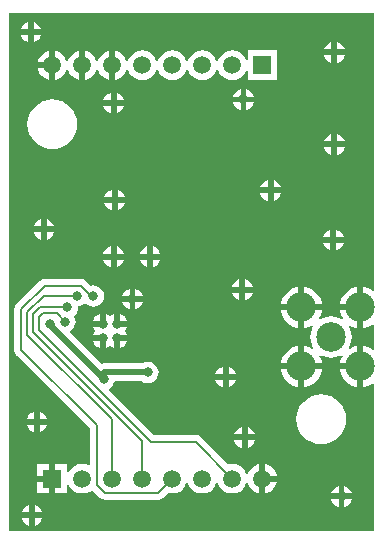
<source format=gbl>
%FSLAX44Y44*%
%MOMM*%
G71*
G01*
G75*
G04 Layer_Physical_Order=2*
G04 Layer_Color=16711680*
%ADD10R,0.9000X0.8000*%
%ADD11R,0.8000X1.1000*%
%ADD12R,0.8000X0.9000*%
%ADD13R,1.1000X0.8000*%
%ADD14R,2.0000X1.4000*%
%ADD15R,1.0500X0.2500*%
%ADD16R,0.2500X1.0500*%
%ADD17R,2.5000X2.5000*%
%ADD18C,1.5000*%
%ADD19C,0.7500*%
%ADD20C,0.2000*%
%ADD21C,0.5000*%
%ADD22C,0.3000*%
%ADD23C,2.5000*%
%ADD24C,1.5000*%
%ADD25R,1.5000X1.5000*%
%ADD26C,0.8000*%
G36*
X1314392Y1209775D02*
X1313244Y1209232D01*
X1312769Y1209621D01*
X1309729Y1211246D01*
X1306431Y1212247D01*
X1305500Y1212338D01*
Y1194997D01*
Y1177662D01*
X1306431Y1177753D01*
X1309729Y1178754D01*
X1312769Y1180379D01*
X1313244Y1180768D01*
X1314392Y1180225D01*
Y1159775D01*
X1313244Y1159232D01*
X1312769Y1159621D01*
X1309729Y1161246D01*
X1306431Y1162247D01*
X1305500Y1162338D01*
Y1144997D01*
Y1127662D01*
X1306431Y1127753D01*
X1309729Y1128754D01*
X1312769Y1130379D01*
X1313244Y1130768D01*
X1314392Y1130225D01*
Y1005608D01*
X1005608D01*
Y1444392D01*
X1314392D01*
Y1209775D01*
D02*
G37*
%LPC*%
G36*
X1250500Y1192500D02*
X1235662D01*
X1235753Y1191569D01*
X1236754Y1188271D01*
X1238379Y1185230D01*
X1240566Y1182566D01*
X1243231Y1180379D01*
X1246271Y1178754D01*
X1249569Y1177753D01*
X1250500Y1177662D01*
Y1192500D01*
D02*
G37*
G36*
X1105706Y1166500D02*
X1099500D01*
Y1160294D01*
X1101539Y1161139D01*
X1103419Y1162581D01*
X1104862Y1164461D01*
X1105706Y1166500D01*
D02*
G37*
G36*
X1082500Y1189706D02*
X1080461Y1188861D01*
X1078581Y1187419D01*
X1077139Y1185539D01*
X1076294Y1183500D01*
X1082500D01*
Y1189706D01*
D02*
G37*
G36*
X1099500D02*
Y1183500D01*
X1105706D01*
X1104862Y1185539D01*
X1103419Y1187419D01*
X1101539Y1188861D01*
X1099500Y1189706D01*
D02*
G37*
G36*
X1300500Y1192500D02*
X1285662D01*
X1285753Y1191569D01*
X1286754Y1188271D01*
X1288047Y1185851D01*
X1287149Y1184953D01*
X1284729Y1186246D01*
X1281431Y1187247D01*
X1278000Y1187585D01*
X1274569Y1187247D01*
X1271271Y1186246D01*
X1268851Y1184953D01*
X1267953Y1185851D01*
X1269246Y1188271D01*
X1270247Y1191569D01*
X1270339Y1192500D01*
X1255500D01*
Y1177662D01*
X1256431Y1177753D01*
X1259729Y1178754D01*
X1262149Y1180047D01*
X1263047Y1179149D01*
X1261754Y1176729D01*
X1260753Y1173431D01*
X1260415Y1170000D01*
X1260753Y1166569D01*
X1261754Y1163271D01*
X1263047Y1160851D01*
X1262149Y1159953D01*
X1259729Y1161246D01*
X1256431Y1162247D01*
X1255500Y1162338D01*
Y1147500D01*
X1270339D01*
X1270247Y1148431D01*
X1269246Y1151729D01*
X1267953Y1154149D01*
X1268851Y1155047D01*
X1271271Y1153754D01*
X1274569Y1152753D01*
X1278000Y1152415D01*
X1281431Y1152753D01*
X1284729Y1153754D01*
X1287149Y1155047D01*
X1288047Y1154149D01*
X1286754Y1151729D01*
X1285753Y1148431D01*
X1285662Y1147500D01*
X1300500D01*
Y1162338D01*
X1299569Y1162247D01*
X1296271Y1161246D01*
X1293851Y1159953D01*
X1292953Y1160851D01*
X1294246Y1163271D01*
X1295247Y1166569D01*
X1295585Y1170000D01*
X1295247Y1173431D01*
X1294246Y1176729D01*
X1292953Y1179149D01*
X1293851Y1180047D01*
X1296271Y1178754D01*
X1299569Y1177753D01*
X1300500Y1177662D01*
Y1192500D01*
D02*
G37*
G36*
X1087500Y1189706D02*
Y1180997D01*
X1085003D01*
Y1178500D01*
X1076294D01*
X1077139Y1176461D01*
X1078260Y1175000D01*
X1077139Y1173539D01*
X1076294Y1171500D01*
X1085003D01*
Y1169003D01*
X1087500D01*
Y1160294D01*
X1089539Y1161139D01*
X1091000Y1162260D01*
X1092461Y1161139D01*
X1094500Y1160294D01*
Y1169003D01*
X1096998D01*
Y1171500D01*
X1105706D01*
X1104862Y1173539D01*
X1103740Y1175000D01*
X1104862Y1176461D01*
X1105706Y1178500D01*
X1096998D01*
Y1180997D01*
X1094500D01*
Y1189706D01*
X1092461Y1188861D01*
X1091000Y1187740D01*
X1089539Y1188861D01*
X1087500Y1189706D01*
D02*
G37*
G36*
X1186500Y1144706D02*
X1184461Y1143861D01*
X1182581Y1142419D01*
X1181139Y1140539D01*
X1180294Y1138500D01*
X1186500D01*
Y1144706D01*
D02*
G37*
G36*
X1300500Y1142500D02*
X1285662D01*
X1285753Y1141569D01*
X1286754Y1138271D01*
X1288379Y1135230D01*
X1290566Y1132566D01*
X1293230Y1130379D01*
X1296271Y1128754D01*
X1299569Y1127753D01*
X1300500Y1127662D01*
Y1142500D01*
D02*
G37*
G36*
X1191500Y1144706D02*
Y1138500D01*
X1197706D01*
X1196861Y1140539D01*
X1195419Y1142419D01*
X1193539Y1143861D01*
X1191500Y1144706D01*
D02*
G37*
G36*
X1082500Y1166500D02*
X1076294D01*
X1077139Y1164461D01*
X1078581Y1162581D01*
X1080461Y1161139D01*
X1082500Y1160294D01*
Y1166500D01*
D02*
G37*
G36*
X1250500Y1162338D02*
X1249569Y1162247D01*
X1246271Y1161246D01*
X1243231Y1159621D01*
X1240566Y1157434D01*
X1238379Y1154770D01*
X1236754Y1151729D01*
X1235753Y1148431D01*
X1235662Y1147500D01*
X1250500D01*
Y1162338D01*
D02*
G37*
G36*
X1107498Y1199498D02*
X1101292D01*
X1102136Y1197459D01*
X1103579Y1195579D01*
X1105459Y1194136D01*
X1107498Y1193292D01*
Y1199498D01*
D02*
G37*
G36*
Y1210704D02*
X1105459Y1209859D01*
X1103579Y1208417D01*
X1102136Y1206536D01*
X1101292Y1204498D01*
X1107498D01*
Y1210704D01*
D02*
G37*
G36*
X1211706Y1207500D02*
X1205500D01*
Y1201294D01*
X1207539Y1202139D01*
X1209419Y1203581D01*
X1210862Y1205461D01*
X1211706Y1207500D01*
D02*
G37*
G36*
X1112498Y1210704D02*
Y1204498D01*
X1118704D01*
X1117859Y1206536D01*
X1116417Y1208417D01*
X1114537Y1209859D01*
X1112498Y1210704D01*
D02*
G37*
G36*
X1205500Y1218706D02*
Y1212500D01*
X1211706D01*
X1210862Y1214539D01*
X1209419Y1216419D01*
X1207539Y1217861D01*
X1205500Y1218706D01*
D02*
G37*
G36*
X1200500D02*
X1198461Y1217861D01*
X1196581Y1216419D01*
X1195139Y1214539D01*
X1194294Y1212500D01*
X1200500D01*
Y1218706D01*
D02*
G37*
G36*
Y1207500D02*
X1194294D01*
X1195139Y1205461D01*
X1196581Y1203581D01*
X1198461Y1202139D01*
X1200500Y1201294D01*
Y1207500D01*
D02*
G37*
G36*
X1066314Y1219118D02*
X1035787D01*
X1033446Y1218652D01*
X1031461Y1217326D01*
X1011674Y1197539D01*
X1010348Y1195554D01*
X1009883Y1193213D01*
Y1159000D01*
X1010348Y1156659D01*
X1011674Y1154674D01*
X1073883Y1092466D01*
Y1061988D01*
X1072827Y1061282D01*
X1070663Y1062178D01*
X1067400Y1062608D01*
X1064137Y1062178D01*
X1061096Y1060919D01*
X1058485Y1058915D01*
X1056481Y1056304D01*
X1055746Y1054528D01*
X1054500Y1054776D01*
Y1062500D01*
X1044500D01*
Y1049997D01*
Y1037500D01*
X1054500D01*
Y1045224D01*
X1055746Y1045472D01*
X1056481Y1043696D01*
X1058485Y1041085D01*
X1061096Y1039081D01*
X1064137Y1037822D01*
X1067400Y1037392D01*
X1070663Y1037822D01*
X1073704Y1039081D01*
X1075720Y1040628D01*
X1082674Y1033674D01*
X1084659Y1032348D01*
X1087000Y1031882D01*
X1131600D01*
X1133941Y1032348D01*
X1135926Y1033674D01*
X1135926Y1033674D01*
X1135926Y1033674D01*
X1140151Y1037899D01*
X1140337Y1037822D01*
X1143600Y1037392D01*
X1146863Y1037822D01*
X1149904Y1039081D01*
X1152515Y1041085D01*
X1154519Y1043696D01*
X1155665Y1046463D01*
X1155778D01*
Y1046463D01*
D01*
D01*
X1155778D01*
X1156822D01*
Y1046463D01*
X1156935D01*
X1158081Y1043696D01*
X1160085Y1041085D01*
X1162696Y1039081D01*
X1165737Y1037822D01*
X1169000Y1037392D01*
X1172263Y1037822D01*
X1175304Y1039081D01*
X1177915Y1041085D01*
X1179919Y1043696D01*
X1181065Y1046463D01*
X1181178D01*
Y1046463D01*
D01*
D01*
X1181178D01*
X1182222D01*
Y1046463D01*
X1182335D01*
X1183481Y1043696D01*
X1185485Y1041085D01*
X1188096Y1039081D01*
X1191137Y1037822D01*
X1194400Y1037392D01*
X1197663Y1037822D01*
X1200704Y1039081D01*
X1203315Y1041085D01*
X1205319Y1043696D01*
X1206465Y1046463D01*
X1206578D01*
Y1046463D01*
D01*
D01*
X1206578D01*
X1207622D01*
Y1046463D01*
X1207735D01*
X1208881Y1043696D01*
X1210885Y1041085D01*
X1213496Y1039081D01*
X1216537Y1037822D01*
X1217300Y1037721D01*
Y1049997D01*
Y1062279D01*
X1216537Y1062178D01*
X1213496Y1060919D01*
X1210885Y1058915D01*
X1208881Y1056304D01*
X1207735Y1053537D01*
X1207622D01*
Y1053537D01*
D01*
D01*
X1207622D01*
X1206933D01*
X1206286Y1053969D01*
X1205319Y1056304D01*
X1203315Y1058915D01*
X1200704Y1060919D01*
X1197663Y1062178D01*
X1194400Y1062608D01*
X1191137Y1062178D01*
X1190950Y1062101D01*
X1167726Y1085326D01*
X1165741Y1086652D01*
X1163400Y1087117D01*
X1128534D01*
X1090367Y1125284D01*
X1090537Y1126136D01*
X1092417Y1127579D01*
X1093859Y1129459D01*
X1094766Y1131648D01*
X1094870Y1132435D01*
X1118074D01*
X1118461Y1132139D01*
X1120650Y1131232D01*
X1123000Y1130922D01*
X1125350Y1131232D01*
X1127539Y1132139D01*
X1129419Y1133581D01*
X1130861Y1135461D01*
X1131768Y1137651D01*
X1132078Y1140000D01*
X1131768Y1142349D01*
X1130861Y1144539D01*
X1129419Y1146419D01*
X1127539Y1147861D01*
X1125350Y1148768D01*
X1123000Y1149078D01*
X1120650Y1148768D01*
X1118461Y1147861D01*
X1118074Y1147565D01*
X1085998D01*
X1084040Y1147307D01*
X1083578Y1147116D01*
X1056945Y1173748D01*
X1057193Y1174994D01*
X1057537Y1175136D01*
X1059417Y1176579D01*
X1060859Y1178459D01*
X1061766Y1180648D01*
X1062076Y1182998D01*
X1061766Y1185347D01*
X1060859Y1187536D01*
X1060563Y1187923D01*
X1061417Y1188579D01*
X1062859Y1190459D01*
X1063766Y1192648D01*
X1064075Y1194998D01*
X1063938Y1196046D01*
X1065350Y1196232D01*
X1067539Y1197139D01*
X1069196Y1198410D01*
X1070456Y1198245D01*
X1070581Y1198081D01*
X1072461Y1196639D01*
X1074650Y1195732D01*
X1077000Y1195422D01*
X1079350Y1195732D01*
X1081539Y1196639D01*
X1083419Y1198081D01*
X1084862Y1199961D01*
X1085768Y1202150D01*
X1086078Y1204500D01*
X1085768Y1206850D01*
X1084862Y1209039D01*
X1083419Y1210919D01*
X1081539Y1212362D01*
X1079350Y1213268D01*
X1077000Y1213578D01*
X1074691Y1213274D01*
X1070639Y1217326D01*
X1068655Y1218652D01*
X1066314Y1219118D01*
D02*
G37*
G36*
X1118704Y1199498D02*
X1112498D01*
Y1193292D01*
X1114537Y1194136D01*
X1116417Y1195579D01*
X1117859Y1197459D01*
X1118704Y1199498D01*
D02*
G37*
G36*
X1250500Y1212338D02*
X1249569Y1212247D01*
X1246271Y1211246D01*
X1243231Y1209621D01*
X1240566Y1207434D01*
X1238379Y1204770D01*
X1236754Y1201729D01*
X1235753Y1198431D01*
X1235662Y1197500D01*
X1250500D01*
Y1212338D01*
D02*
G37*
G36*
X1300500D02*
X1299569Y1212247D01*
X1296271Y1211246D01*
X1293230Y1209621D01*
X1290566Y1207434D01*
X1288379Y1204770D01*
X1286754Y1201729D01*
X1285753Y1198431D01*
X1285662Y1197500D01*
X1300500D01*
Y1212338D01*
D02*
G37*
G36*
X1255500D02*
Y1197500D01*
X1270339D01*
X1270247Y1198431D01*
X1269246Y1201729D01*
X1267621Y1204770D01*
X1265434Y1207434D01*
X1262769Y1209621D01*
X1259729Y1211246D01*
X1256431Y1212247D01*
X1255500Y1212338D01*
D02*
G37*
G36*
X1270339Y1142500D02*
X1255500D01*
Y1127662D01*
X1256431Y1127753D01*
X1259729Y1128754D01*
X1262769Y1130379D01*
X1265434Y1132566D01*
X1267621Y1135230D01*
X1269246Y1138271D01*
X1270247Y1141569D01*
X1270339Y1142500D01*
D02*
G37*
G36*
X1039500Y1047500D02*
X1029500D01*
Y1037500D01*
X1039500D01*
Y1047500D01*
D02*
G37*
G36*
X1289500Y1043706D02*
Y1037500D01*
X1295706D01*
X1294861Y1039539D01*
X1293419Y1041419D01*
X1291539Y1042861D01*
X1289500Y1043706D01*
D02*
G37*
G36*
X1284500D02*
X1282461Y1042861D01*
X1280581Y1041419D01*
X1279138Y1039539D01*
X1278294Y1037500D01*
X1284500D01*
Y1043706D01*
D02*
G37*
G36*
X1222300Y1062279D02*
Y1052500D01*
X1232079D01*
X1231978Y1053263D01*
X1230719Y1056304D01*
X1228715Y1058915D01*
X1226104Y1060919D01*
X1223063Y1062178D01*
X1222300Y1062279D01*
D02*
G37*
G36*
X1039500Y1062500D02*
X1029500D01*
Y1052500D01*
X1039500D01*
Y1062500D01*
D02*
G37*
G36*
X1232079Y1047500D02*
X1222300D01*
Y1037721D01*
X1223063Y1037822D01*
X1226104Y1039081D01*
X1228715Y1041085D01*
X1230719Y1043696D01*
X1231978Y1046737D01*
X1232079Y1047500D01*
D02*
G37*
G36*
X1022500Y1027706D02*
X1020461Y1026861D01*
X1018581Y1025419D01*
X1017139Y1023539D01*
X1016294Y1021500D01*
X1022500D01*
Y1027706D01*
D02*
G37*
G36*
X1033706Y1016500D02*
X1027500D01*
Y1010294D01*
X1029539Y1011139D01*
X1031419Y1012581D01*
X1032861Y1014461D01*
X1033706Y1016500D01*
D02*
G37*
G36*
X1022500D02*
X1016294D01*
X1017139Y1014461D01*
X1018581Y1012581D01*
X1020461Y1011139D01*
X1022500Y1010294D01*
Y1016500D01*
D02*
G37*
G36*
X1295706Y1032500D02*
X1289500D01*
Y1026294D01*
X1291539Y1027139D01*
X1293419Y1028581D01*
X1294861Y1030461D01*
X1295706Y1032500D01*
D02*
G37*
G36*
X1284500D02*
X1278294D01*
X1279138Y1030461D01*
X1280581Y1028581D01*
X1282461Y1027139D01*
X1284500Y1026294D01*
Y1032500D01*
D02*
G37*
G36*
X1027500Y1027706D02*
Y1021500D01*
X1033706D01*
X1032861Y1023539D01*
X1031419Y1025419D01*
X1029539Y1026861D01*
X1027500Y1027706D01*
D02*
G37*
G36*
X1031500Y1106706D02*
Y1100500D01*
X1037706D01*
X1036861Y1102539D01*
X1035419Y1104419D01*
X1033539Y1105861D01*
X1031500Y1106706D01*
D02*
G37*
G36*
X1026500D02*
X1024461Y1105861D01*
X1022581Y1104419D01*
X1021139Y1102539D01*
X1020294Y1100500D01*
X1026500D01*
Y1106706D01*
D02*
G37*
G36*
X1037706Y1095500D02*
X1031500D01*
Y1089294D01*
X1033539Y1090138D01*
X1035419Y1091581D01*
X1036861Y1093461D01*
X1037706Y1095500D01*
D02*
G37*
G36*
X1250500Y1142500D02*
X1235662D01*
X1235753Y1141569D01*
X1236754Y1138271D01*
X1238379Y1135230D01*
X1240566Y1132566D01*
X1243231Y1130379D01*
X1246271Y1128754D01*
X1249569Y1127753D01*
X1250500Y1127662D01*
Y1142500D01*
D02*
G37*
G36*
X1197706Y1133500D02*
X1191500D01*
Y1127294D01*
X1193539Y1128139D01*
X1195419Y1129581D01*
X1196861Y1131461D01*
X1197706Y1133500D01*
D02*
G37*
G36*
X1186500D02*
X1180294D01*
X1181139Y1131461D01*
X1182581Y1129581D01*
X1184461Y1128139D01*
X1186500Y1127294D01*
Y1133500D01*
D02*
G37*
G36*
X1269800Y1121352D02*
X1265683Y1120946D01*
X1261725Y1119745D01*
X1258077Y1117795D01*
X1254879Y1115171D01*
X1252255Y1111973D01*
X1250305Y1108325D01*
X1249104Y1104367D01*
X1248698Y1100250D01*
X1249104Y1096133D01*
X1250305Y1092175D01*
X1252255Y1088527D01*
X1254879Y1085329D01*
X1258077Y1082705D01*
X1261725Y1080755D01*
X1265683Y1079554D01*
X1269800Y1079148D01*
X1273917Y1079554D01*
X1277875Y1080755D01*
X1281523Y1082705D01*
X1284721Y1085329D01*
X1287345Y1088527D01*
X1289295Y1092175D01*
X1290496Y1096133D01*
X1290902Y1100250D01*
X1290496Y1104367D01*
X1289295Y1108325D01*
X1287345Y1111973D01*
X1284721Y1115171D01*
X1281523Y1117795D01*
X1277875Y1119745D01*
X1273917Y1120946D01*
X1269800Y1121352D01*
D02*
G37*
G36*
X1213706Y1082500D02*
X1207500D01*
Y1076294D01*
X1209539Y1077139D01*
X1211419Y1078581D01*
X1212861Y1080461D01*
X1213706Y1082500D01*
D02*
G37*
G36*
X1202500D02*
X1196294D01*
X1197139Y1080461D01*
X1198581Y1078581D01*
X1200461Y1077139D01*
X1202500Y1076294D01*
Y1082500D01*
D02*
G37*
G36*
X1026500Y1095500D02*
X1020294D01*
X1021139Y1093461D01*
X1022581Y1091581D01*
X1024461Y1090138D01*
X1026500Y1089294D01*
Y1095500D01*
D02*
G37*
G36*
X1207500Y1093706D02*
Y1087500D01*
X1213706D01*
X1212861Y1089539D01*
X1211419Y1091419D01*
X1209539Y1092861D01*
X1207500Y1093706D01*
D02*
G37*
G36*
X1202500D02*
X1200461Y1092861D01*
X1198581Y1091419D01*
X1197139Y1089539D01*
X1196294Y1087500D01*
X1202500D01*
Y1093706D01*
D02*
G37*
G36*
X1091500Y1235500D02*
X1085294D01*
X1086139Y1233461D01*
X1087581Y1231581D01*
X1089461Y1230138D01*
X1091500Y1229294D01*
Y1235500D01*
D02*
G37*
G36*
X1096500Y1376706D02*
Y1370500D01*
X1102706D01*
X1101861Y1372539D01*
X1100419Y1374419D01*
X1098539Y1375862D01*
X1096500Y1376706D01*
D02*
G37*
G36*
X1091500D02*
X1089461Y1375862D01*
X1087581Y1374419D01*
X1086139Y1372539D01*
X1085294Y1370500D01*
X1091500D01*
Y1376706D01*
D02*
G37*
G36*
X1212706Y1368500D02*
X1206500D01*
Y1362294D01*
X1208539Y1363138D01*
X1210419Y1364581D01*
X1211861Y1366461D01*
X1212706Y1368500D01*
D02*
G37*
G36*
X1039700Y1397500D02*
X1029921D01*
X1030022Y1396737D01*
X1031281Y1393696D01*
X1033285Y1391085D01*
X1035896Y1389081D01*
X1038937Y1387822D01*
X1039700Y1387721D01*
Y1397500D01*
D02*
G37*
G36*
X1206500Y1379706D02*
Y1373500D01*
X1212706D01*
X1211861Y1375539D01*
X1210419Y1377419D01*
X1208539Y1378862D01*
X1206500Y1379706D01*
D02*
G37*
G36*
X1201500D02*
X1199461Y1378862D01*
X1197581Y1377419D01*
X1196139Y1375539D01*
X1195294Y1373500D01*
X1201500D01*
Y1379706D01*
D02*
G37*
G36*
X1283500Y1341706D02*
Y1335500D01*
X1289706D01*
X1288862Y1337539D01*
X1287419Y1339419D01*
X1285539Y1340862D01*
X1283500Y1341706D01*
D02*
G37*
G36*
X1278500D02*
X1276461Y1340862D01*
X1274581Y1339419D01*
X1273139Y1337539D01*
X1272294Y1335500D01*
X1278500D01*
Y1341706D01*
D02*
G37*
G36*
X1042200Y1371102D02*
X1038083Y1370696D01*
X1034125Y1369495D01*
X1030477Y1367545D01*
X1027279Y1364921D01*
X1024655Y1361723D01*
X1022705Y1358075D01*
X1021504Y1354117D01*
X1021098Y1350000D01*
X1021504Y1345883D01*
X1022705Y1341925D01*
X1024655Y1338277D01*
X1027279Y1335079D01*
X1030477Y1332455D01*
X1034125Y1330505D01*
X1038083Y1329304D01*
X1042200Y1328898D01*
X1046317Y1329304D01*
X1050275Y1330505D01*
X1053923Y1332455D01*
X1057121Y1335079D01*
X1059745Y1338277D01*
X1061695Y1341925D01*
X1062896Y1345883D01*
X1063302Y1350000D01*
X1062896Y1354117D01*
X1061695Y1358075D01*
X1059745Y1361723D01*
X1057121Y1364921D01*
X1053923Y1367545D01*
X1050275Y1369495D01*
X1046317Y1370696D01*
X1042200Y1371102D01*
D02*
G37*
G36*
X1201500Y1368500D02*
X1195294D01*
X1196139Y1366461D01*
X1197581Y1364581D01*
X1199461Y1363138D01*
X1201500Y1362294D01*
Y1368500D01*
D02*
G37*
G36*
X1102706Y1365500D02*
X1096500D01*
Y1359294D01*
X1098539Y1360139D01*
X1100419Y1361581D01*
X1101861Y1363461D01*
X1102706Y1365500D01*
D02*
G37*
G36*
X1091500D02*
X1085294D01*
X1086139Y1363461D01*
X1087581Y1361581D01*
X1089461Y1360139D01*
X1091500Y1359294D01*
Y1365500D01*
D02*
G37*
G36*
X1021500Y1425500D02*
X1015294D01*
X1016139Y1423461D01*
X1017581Y1421581D01*
X1019461Y1420139D01*
X1021500Y1419294D01*
Y1425500D01*
D02*
G37*
G36*
X1283500Y1419706D02*
Y1413500D01*
X1289706D01*
X1288862Y1415539D01*
X1287419Y1417419D01*
X1285539Y1418861D01*
X1283500Y1419706D01*
D02*
G37*
G36*
X1278500D02*
X1276461Y1418861D01*
X1274581Y1417419D01*
X1273139Y1415539D01*
X1272294Y1413500D01*
X1278500D01*
Y1419706D01*
D02*
G37*
G36*
X1026500Y1436706D02*
Y1430500D01*
X1032706D01*
X1031861Y1432539D01*
X1030419Y1434419D01*
X1028539Y1435861D01*
X1026500Y1436706D01*
D02*
G37*
G36*
X1021500D02*
X1019461Y1435861D01*
X1017581Y1434419D01*
X1016139Y1432539D01*
X1015294Y1430500D01*
X1021500D01*
Y1436706D01*
D02*
G37*
G36*
X1032706Y1425500D02*
X1026500D01*
Y1419294D01*
X1028539Y1420139D01*
X1030419Y1421581D01*
X1031861Y1423461D01*
X1032706Y1425500D01*
D02*
G37*
G36*
X1039700Y1412279D02*
X1038937Y1412178D01*
X1035896Y1410919D01*
X1033285Y1408915D01*
X1031281Y1406304D01*
X1030022Y1403263D01*
X1029921Y1402500D01*
X1039700D01*
Y1412279D01*
D02*
G37*
G36*
X1289706Y1408500D02*
X1283500D01*
Y1402294D01*
X1285539Y1403138D01*
X1287419Y1404581D01*
X1288862Y1406461D01*
X1289706Y1408500D01*
D02*
G37*
G36*
X1278500D02*
X1272294D01*
X1273139Y1406461D01*
X1274581Y1404581D01*
X1276461Y1403138D01*
X1278500Y1402294D01*
Y1408500D01*
D02*
G37*
G36*
X1194600Y1412608D02*
X1191337Y1412178D01*
X1188296Y1410919D01*
X1185685Y1408915D01*
X1183681Y1406304D01*
X1182535Y1403537D01*
X1182422D01*
Y1403537D01*
D01*
D01*
X1182422D01*
X1181733D01*
X1181086Y1403969D01*
X1180119Y1406304D01*
X1178115Y1408915D01*
X1175504Y1410919D01*
X1172463Y1412178D01*
X1169200Y1412608D01*
X1165937Y1412178D01*
X1162896Y1410919D01*
X1160285Y1408915D01*
X1158281Y1406304D01*
X1157135Y1403537D01*
X1157022D01*
Y1403537D01*
D01*
D01*
X1157022D01*
X1156333D01*
X1155686Y1403969D01*
X1154719Y1406304D01*
X1152715Y1408915D01*
X1150104Y1410919D01*
X1147063Y1412178D01*
X1143800Y1412608D01*
X1140537Y1412178D01*
X1137496Y1410919D01*
X1134885Y1408915D01*
X1132881Y1406304D01*
X1131735Y1403537D01*
X1131622D01*
Y1403537D01*
D01*
D01*
X1131622D01*
X1130933D01*
X1130286Y1403969D01*
X1129319Y1406304D01*
X1127315Y1408915D01*
X1124704Y1410919D01*
X1121663Y1412178D01*
X1118400Y1412608D01*
X1115137Y1412178D01*
X1112096Y1410919D01*
X1109485Y1408915D01*
X1107481Y1406304D01*
X1106335Y1403537D01*
X1106222D01*
Y1403537D01*
D01*
D01*
X1106222D01*
X1105533D01*
X1104886Y1403969D01*
X1103919Y1406304D01*
X1101915Y1408915D01*
X1099304Y1410919D01*
X1096263Y1412178D01*
X1095500Y1412279D01*
Y1399998D01*
Y1387721D01*
X1096263Y1387822D01*
X1099304Y1389081D01*
X1101915Y1391085D01*
X1103919Y1393696D01*
X1105065Y1396463D01*
X1105178D01*
Y1396463D01*
D01*
D01*
X1105178D01*
X1106222D01*
Y1396463D01*
X1106335D01*
X1107481Y1393696D01*
X1109485Y1391085D01*
X1112096Y1389081D01*
X1115137Y1387822D01*
X1118400Y1387392D01*
X1121663Y1387822D01*
X1124704Y1389081D01*
X1127315Y1391085D01*
X1129319Y1393696D01*
X1130465Y1396463D01*
X1130578D01*
Y1396463D01*
D01*
D01*
X1130578D01*
X1131622D01*
Y1396463D01*
X1131735D01*
X1132881Y1393696D01*
X1134885Y1391085D01*
X1137496Y1389081D01*
X1140537Y1387822D01*
X1143800Y1387392D01*
X1147063Y1387822D01*
X1150104Y1389081D01*
X1152715Y1391085D01*
X1154719Y1393696D01*
X1155865Y1396463D01*
X1155978D01*
Y1396463D01*
D01*
D01*
X1155978D01*
X1157022D01*
Y1396463D01*
X1157135D01*
X1158281Y1393696D01*
X1160285Y1391085D01*
X1162896Y1389081D01*
X1165937Y1387822D01*
X1169200Y1387392D01*
X1172463Y1387822D01*
X1175504Y1389081D01*
X1178115Y1391085D01*
X1180119Y1393696D01*
X1181265Y1396463D01*
X1181378D01*
Y1396463D01*
D01*
D01*
X1181378D01*
X1182422D01*
Y1396463D01*
X1182535D01*
X1183681Y1393696D01*
X1185685Y1391085D01*
X1188296Y1389081D01*
X1191337Y1387822D01*
X1194600Y1387392D01*
X1197863Y1387822D01*
X1200904Y1389081D01*
X1203515Y1391085D01*
X1205519Y1393696D01*
X1206254Y1395472D01*
X1207500Y1395224D01*
Y1387500D01*
X1232500D01*
Y1412500D01*
X1207500D01*
Y1404776D01*
X1206254Y1404528D01*
X1205519Y1406304D01*
X1203515Y1408915D01*
X1200904Y1410919D01*
X1197863Y1412178D01*
X1194600Y1412608D01*
D02*
G37*
G36*
X1090500Y1412279D02*
X1089737Y1412178D01*
X1086696Y1410919D01*
X1084085Y1408915D01*
X1082081Y1406304D01*
X1080935Y1403537D01*
X1080822D01*
Y1403537D01*
D01*
D01*
X1080822D01*
X1080133D01*
X1079486Y1403969D01*
X1078519Y1406304D01*
X1076515Y1408915D01*
X1073904Y1410919D01*
X1070863Y1412178D01*
X1070100Y1412279D01*
Y1399998D01*
Y1387721D01*
X1070863Y1387822D01*
X1073904Y1389081D01*
X1076515Y1391085D01*
X1078519Y1393696D01*
X1079665Y1396463D01*
X1079778D01*
Y1396463D01*
D01*
D01*
X1079778D01*
X1080822D01*
Y1396463D01*
X1080935D01*
X1082081Y1393696D01*
X1084085Y1391085D01*
X1086696Y1389081D01*
X1089737Y1387822D01*
X1090500Y1387721D01*
Y1399998D01*
Y1412279D01*
D02*
G37*
G36*
X1065100D02*
X1064337Y1412178D01*
X1061296Y1410919D01*
X1058685Y1408915D01*
X1056681Y1406304D01*
X1055535Y1403537D01*
X1055422D01*
Y1403537D01*
D01*
D01*
X1055422D01*
X1054733D01*
X1054086Y1403969D01*
X1053119Y1406304D01*
X1051115Y1408915D01*
X1048504Y1410919D01*
X1045463Y1412178D01*
X1044700Y1412279D01*
Y1399998D01*
Y1387721D01*
X1045463Y1387822D01*
X1048504Y1389081D01*
X1051115Y1391085D01*
X1053119Y1393696D01*
X1054265Y1396463D01*
X1054378D01*
Y1396463D01*
D01*
D01*
X1054378D01*
X1055422D01*
Y1396463D01*
X1055535D01*
X1056681Y1393696D01*
X1058685Y1391085D01*
X1061296Y1389081D01*
X1064337Y1387822D01*
X1065100Y1387721D01*
Y1399998D01*
Y1412279D01*
D02*
G37*
G36*
X1289706Y1330500D02*
X1283500D01*
Y1324294D01*
X1285539Y1325139D01*
X1287419Y1326581D01*
X1288862Y1328461D01*
X1289706Y1330500D01*
D02*
G37*
G36*
X1288706Y1249500D02*
X1282500D01*
Y1243294D01*
X1284539Y1244139D01*
X1286419Y1245581D01*
X1287861Y1247461D01*
X1288706Y1249500D01*
D02*
G37*
G36*
X1277500D02*
X1271294D01*
X1272139Y1247461D01*
X1273581Y1245581D01*
X1275461Y1244139D01*
X1277500Y1243294D01*
Y1249500D01*
D02*
G37*
G36*
X1127500Y1246706D02*
Y1240500D01*
X1133706D01*
X1132861Y1242539D01*
X1131419Y1244419D01*
X1129539Y1245861D01*
X1127500Y1246706D01*
D02*
G37*
G36*
X1277500Y1260706D02*
X1275461Y1259862D01*
X1273581Y1258419D01*
X1272139Y1256539D01*
X1271294Y1254500D01*
X1277500D01*
Y1260706D01*
D02*
G37*
G36*
X1043706Y1258500D02*
X1037500D01*
Y1252294D01*
X1039539Y1253139D01*
X1041419Y1254581D01*
X1042861Y1256461D01*
X1043706Y1258500D01*
D02*
G37*
G36*
X1032500D02*
X1026294D01*
X1027139Y1256461D01*
X1028581Y1254581D01*
X1030461Y1253139D01*
X1032500Y1252294D01*
Y1258500D01*
D02*
G37*
G36*
X1133706Y1235500D02*
X1127500D01*
Y1229294D01*
X1129539Y1230138D01*
X1131419Y1231581D01*
X1132861Y1233461D01*
X1133706Y1235500D01*
D02*
G37*
G36*
X1122500D02*
X1116294D01*
X1117139Y1233461D01*
X1118581Y1231581D01*
X1120461Y1230138D01*
X1122500Y1229294D01*
Y1235500D01*
D02*
G37*
G36*
X1102706D02*
X1096500D01*
Y1229294D01*
X1098539Y1230138D01*
X1100419Y1231581D01*
X1101861Y1233461D01*
X1102706Y1235500D01*
D02*
G37*
G36*
X1122500Y1246706D02*
X1120461Y1245861D01*
X1118581Y1244419D01*
X1117139Y1242539D01*
X1116294Y1240500D01*
X1122500D01*
Y1246706D01*
D02*
G37*
G36*
X1096500D02*
Y1240500D01*
X1102706D01*
X1101861Y1242539D01*
X1100419Y1244419D01*
X1098539Y1245861D01*
X1096500Y1246706D01*
D02*
G37*
G36*
X1091500D02*
X1089461Y1245861D01*
X1087581Y1244419D01*
X1086139Y1242539D01*
X1085294Y1240500D01*
X1091500D01*
Y1246706D01*
D02*
G37*
G36*
X1097500Y1294706D02*
Y1288500D01*
X1103706D01*
X1102861Y1290539D01*
X1101419Y1292419D01*
X1099539Y1293861D01*
X1097500Y1294706D01*
D02*
G37*
G36*
X1092500D02*
X1090461Y1293861D01*
X1088581Y1292419D01*
X1087139Y1290539D01*
X1086294Y1288500D01*
X1092500D01*
Y1294706D01*
D02*
G37*
G36*
X1235706Y1291500D02*
X1229500D01*
Y1285294D01*
X1231539Y1286139D01*
X1233419Y1287581D01*
X1234862Y1289461D01*
X1235706Y1291500D01*
D02*
G37*
G36*
X1278500Y1330500D02*
X1272294D01*
X1273139Y1328461D01*
X1274581Y1326581D01*
X1276461Y1325139D01*
X1278500Y1324294D01*
Y1330500D01*
D02*
G37*
G36*
X1229500Y1302706D02*
Y1296500D01*
X1235706D01*
X1234862Y1298539D01*
X1233419Y1300419D01*
X1231539Y1301862D01*
X1229500Y1302706D01*
D02*
G37*
G36*
X1224500D02*
X1222461Y1301862D01*
X1220581Y1300419D01*
X1219139Y1298539D01*
X1218294Y1296500D01*
X1224500D01*
Y1302706D01*
D02*
G37*
G36*
X1037500Y1269706D02*
Y1263500D01*
X1043706D01*
X1042861Y1265539D01*
X1041419Y1267419D01*
X1039539Y1268861D01*
X1037500Y1269706D01*
D02*
G37*
G36*
X1032500D02*
X1030461Y1268861D01*
X1028581Y1267419D01*
X1027139Y1265539D01*
X1026294Y1263500D01*
X1032500D01*
Y1269706D01*
D02*
G37*
G36*
X1282500Y1260706D02*
Y1254500D01*
X1288706D01*
X1287861Y1256539D01*
X1286419Y1258419D01*
X1284539Y1259862D01*
X1282500Y1260706D01*
D02*
G37*
G36*
X1224500Y1291500D02*
X1218294D01*
X1219139Y1289461D01*
X1220581Y1287581D01*
X1222461Y1286139D01*
X1224500Y1285294D01*
Y1291500D01*
D02*
G37*
G36*
X1103706Y1283500D02*
X1097500D01*
Y1277294D01*
X1099539Y1278139D01*
X1101419Y1279581D01*
X1102861Y1281461D01*
X1103706Y1283500D01*
D02*
G37*
G36*
X1092500D02*
X1086294D01*
X1087139Y1281461D01*
X1088581Y1279581D01*
X1090461Y1278139D01*
X1092500Y1277294D01*
Y1283500D01*
D02*
G37*
%LPD*%
D20*
X1054998Y1193002D02*
Y1194998D01*
X1045995Y1190000D02*
X1052998Y1182998D01*
X1034000Y1190000D02*
X1045995D01*
X1031000Y1187000D02*
X1034000Y1190000D01*
X1031000Y1176000D02*
Y1187000D01*
Y1176000D02*
X1126000Y1081000D01*
X1163400D01*
X1194400Y1050000D01*
X1054995Y1195000D02*
X1054998Y1194998D01*
X1031929Y1195000D02*
X1054995D01*
X1026000Y1189071D02*
X1031929Y1195000D01*
X1026000Y1173929D02*
Y1189071D01*
Y1173929D02*
X1118200Y1081729D01*
Y1050000D02*
Y1081729D01*
X1021000Y1171858D02*
Y1191142D01*
X1034858Y1205000D02*
X1063000D01*
X1021000Y1191142D02*
X1034858Y1205000D01*
X1021000Y1171858D02*
X1092800Y1100058D01*
Y1050000D02*
Y1100058D01*
X1074814Y1204500D02*
X1077000D01*
X1066314Y1213000D02*
X1074814Y1204500D01*
X1016000Y1159000D02*
Y1193213D01*
X1035787Y1213000D02*
X1066314D01*
X1016000Y1193213D02*
X1035787Y1213000D01*
X1016000Y1159000D02*
X1080000Y1095000D01*
Y1045000D02*
Y1095000D01*
Y1045000D02*
X1087000Y1038000D01*
X1131600D01*
X1143600Y1050000D01*
X1109998Y1201998D02*
X1110000Y1202000D01*
D21*
X1039998Y1179998D02*
X1085998Y1133998D01*
X1039998Y1179998D02*
Y1180998D01*
X1085998Y1133998D02*
Y1140000D01*
X1123000D01*
D23*
X1253000Y1195000D02*
D03*
Y1145000D02*
D03*
X1278000Y1170000D02*
D03*
X1303000Y1195000D02*
D03*
Y1145000D02*
D03*
D24*
X1219800Y1050000D02*
D03*
X1194400D02*
D03*
X1169000D02*
D03*
X1143600D02*
D03*
X1118200D02*
D03*
X1092800D02*
D03*
X1067400D02*
D03*
X1042200Y1400000D02*
D03*
X1067600D02*
D03*
X1093000D02*
D03*
X1118400D02*
D03*
X1143800D02*
D03*
X1169200D02*
D03*
X1194600D02*
D03*
D25*
X1042000Y1050000D02*
D03*
X1220000Y1400000D02*
D03*
D26*
X1085000Y1181000D02*
D03*
X1097000D02*
D03*
X1085000Y1169000D02*
D03*
X1097000D02*
D03*
X1085998Y1133998D02*
D03*
X1094000Y1238000D02*
D03*
X1125000D02*
D03*
X1054998Y1194998D02*
D03*
X1039998Y1180998D02*
D03*
X1052998Y1182998D02*
D03*
X1123000Y1140000D02*
D03*
X1077000Y1204500D02*
D03*
X1063000Y1205000D02*
D03*
X1109998Y1201998D02*
D03*
X1281000Y1411000D02*
D03*
Y1333000D02*
D03*
X1280000Y1252000D02*
D03*
X1203000Y1210000D02*
D03*
X1227000Y1294000D02*
D03*
X1204000Y1371000D02*
D03*
X1094000Y1368000D02*
D03*
X1095000Y1286000D02*
D03*
X1035000Y1261000D02*
D03*
X1029000Y1098000D02*
D03*
X1189000Y1136000D02*
D03*
X1205000Y1085000D02*
D03*
X1287000Y1035000D02*
D03*
X1025000Y1019000D02*
D03*
X1024000Y1428000D02*
D03*
M02*

</source>
